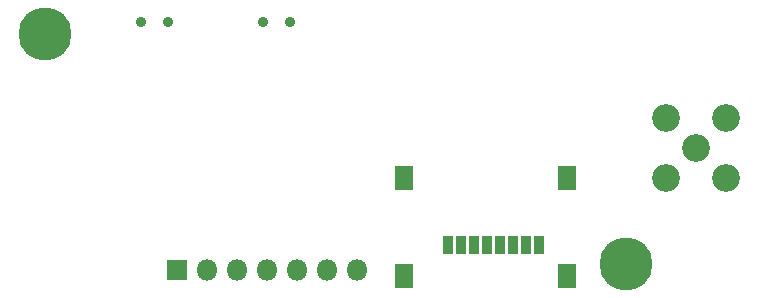
<source format=gbr>
%TF.GenerationSoftware,KiCad,Pcbnew,(5.1.6)-1*%
%TF.CreationDate,2020-12-01T11:19:40+01:00*%
%TF.ProjectId,LoRa_Dongle,4c6f5261-5f44-46f6-9e67-6c652e6b6963,rev?*%
%TF.SameCoordinates,Original*%
%TF.FileFunction,Soldermask,Bot*%
%TF.FilePolarity,Negative*%
%FSLAX46Y46*%
G04 Gerber Fmt 4.6, Leading zero omitted, Abs format (unit mm)*
G04 Created by KiCad (PCBNEW (5.1.6)-1) date 2020-12-01 11:19:40*
%MOMM*%
%LPD*%
G01*
G04 APERTURE LIST*
%ADD10C,4.500000*%
%ADD11C,0.800000*%
%ADD12C,2.350000*%
%ADD13C,0.900000*%
%ADD14R,1.800000X1.800000*%
%ADD15O,1.800000X1.800000*%
%ADD16R,0.900000X1.600000*%
%ADD17R,1.550000X2.100000*%
G04 APERTURE END LIST*
D10*
%TO.C,REF\u002A\u002A*%
X74396600Y47421800D03*
D11*
X76046600Y47421800D03*
X75563326Y46255074D03*
X74396600Y45771800D03*
X73229874Y46255074D03*
X72746600Y47421800D03*
X73229874Y48588526D03*
X74396600Y49071800D03*
X75563326Y48588526D03*
%TD*%
%TO.C,REF\u002A\u002A*%
X26338126Y68121126D03*
X25171400Y68604400D03*
X24004674Y68121126D03*
X23521400Y66954400D03*
X24004674Y65787674D03*
X25171400Y65304400D03*
X26338126Y65787674D03*
X26821400Y66954400D03*
D10*
X25171400Y66954400D03*
%TD*%
D12*
%TO.C,J3*%
X80289400Y57251600D03*
X77749400Y54711600D03*
X82829400Y54711600D03*
X82829400Y59791600D03*
X77749400Y59791600D03*
%TD*%
D13*
%TO.C,SW1*%
X33343200Y67951200D03*
X35643200Y67951200D03*
%TD*%
%TO.C,SW2*%
X45981000Y67900400D03*
X43681000Y67900400D03*
%TD*%
D14*
%TO.C,J1*%
X36398200Y46964600D03*
D15*
X38938200Y46964600D03*
X41478200Y46964600D03*
X44018200Y46964600D03*
X46558200Y46964600D03*
X49098200Y46964600D03*
X51638200Y46964600D03*
%TD*%
D16*
%TO.C,J4*%
X59309400Y49046800D03*
X60409400Y49046800D03*
X61509400Y49046800D03*
X62609400Y49046800D03*
X63709400Y49046800D03*
X64809400Y49046800D03*
X65909400Y49046800D03*
X67009400Y49046800D03*
D17*
X69384400Y54746800D03*
X55634400Y54746800D03*
X55634400Y46446800D03*
X69384400Y46446800D03*
%TD*%
M02*

</source>
